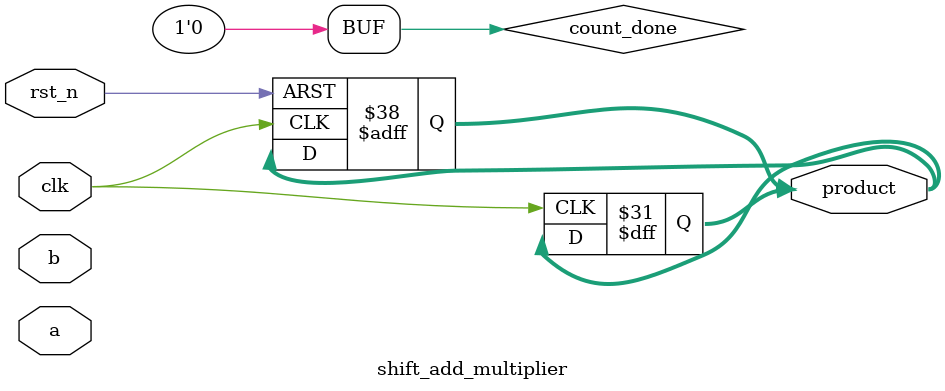
<source format=sv>
module shift_add_multiplier #(
    parameter WIDTH = 8
)(
    input clk,
    input rst_n,
    input [WIDTH-1:0] a,
    input [WIDTH-1:0] b,
    output reg [2*WIDTH-1:0] product
);

    reg [2*WIDTH-1:0] acc;
    reg [WIDTH-1:0] multiplier;
    reg [$clog2(WIDTH)-1:0] count;
    wire count_done;
    
    // 计算完成标志
    assign count_done = (count == WIDTH);
    
    // 复位和初始化逻辑
    always @(posedge clk or negedge rst_n) begin
        if (!rst_n) begin
            acc <= 0;
            multiplier <= b;
            count <= 0;
            product <= 0;
        end
    end
    
    // 累加器更新逻辑
    always @(posedge clk) begin
        if (rst_n && !count_done && multiplier[0]) begin
            acc <= acc + (a << count);
        end
    end
    
    // 乘数移位和计数更新逻辑
    always @(posedge clk) begin
        if (rst_n && !count_done) begin
            multiplier <= multiplier >> 1;
            count <= count + 1;
        end
    end
    
    // 结果输出和重置逻辑
    always @(posedge clk) begin
        if (rst_n && count_done) begin
            product <= acc;
            acc <= 0;
            multiplier <= b;
            count <= 0;
        end
    end

endmodule
</source>
